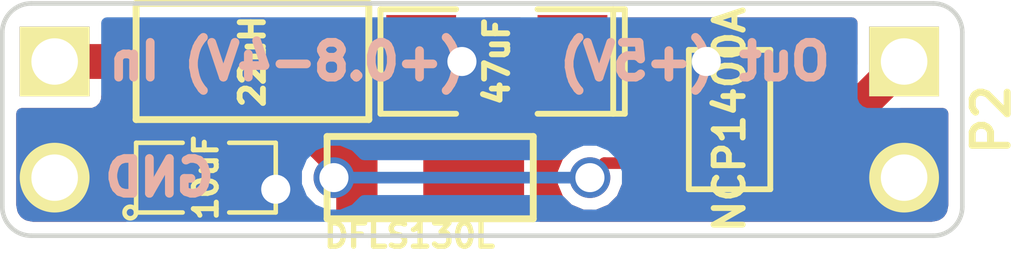
<source format=kicad_pcb>
(kicad_pcb (version 3) (host pcbnew "(2014-01-10 BZR 4027)-stable")

  (general
    (links 12)
    (no_connects 0)
    (area 34.736369 31.150278 57.2262 37.429722)
    (thickness 1.6)
    (drawings 11)
    (tracks 27)
    (zones 0)
    (modules 7)
    (nets 5)
  )

  (page User 152.4 101.6)
  (title_block 
    (title "Boost Regulator")
    (rev 1)
    (company "Digital Cave")
  )

  (layers
    (15 F.Cu signal)
    (0 B.Cu signal)
    (16 B.Adhes user)
    (17 F.Adhes user)
    (18 B.Paste user)
    (19 F.Paste user)
    (20 B.SilkS user)
    (21 F.SilkS user)
    (22 B.Mask user)
    (23 F.Mask user)
    (24 Dwgs.User user)
    (25 Cmts.User user)
    (26 Eco1.User user)
    (27 Eco2.User user)
    (28 Edge.Cuts user)
  )

  (setup
    (last_trace_width 0.254)
    (user_trace_width 0.508)
    (user_trace_width 0.762)
    (trace_clearance 0.254)
    (zone_clearance 0.254)
    (zone_45_only no)
    (trace_min 0.254)
    (segment_width 0.2)
    (edge_width 0.1)
    (via_size 0.889)
    (via_drill 0.635)
    (via_min_size 0.889)
    (via_min_drill 0.508)
    (uvia_size 0.508)
    (uvia_drill 0.127)
    (uvias_allowed no)
    (uvia_min_size 0.508)
    (uvia_min_drill 0.127)
    (pcb_text_width 0.3)
    (pcb_text_size 1.5 1.5)
    (mod_edge_width 0.15)
    (mod_text_size 1 1)
    (mod_text_width 0.15)
    (pad_size 1.524 1.524)
    (pad_drill 1.016)
    (pad_to_mask_clearance 0)
    (aux_axis_origin 0 0)
    (visible_elements FFFFFFBF)
    (pcbplotparams
      (layerselection 3178497)
      (usegerberextensions true)
      (excludeedgelayer true)
      (linewidth 0.150000)
      (plotframeref false)
      (viasonmask false)
      (mode 1)
      (useauxorigin false)
      (hpglpennumber 1)
      (hpglpenspeed 20)
      (hpglpendiameter 15)
      (hpglpenoverlay 2)
      (psnegative false)
      (psa4output false)
      (plotreference true)
      (plotvalue true)
      (plotothertext true)
      (plotinvisibletext false)
      (padsonsilk false)
      (subtractmaskfromsilk false)
      (outputformat 1)
      (mirror false)
      (drillshape 1)
      (scaleselection 1)
      (outputdirectory ""))
  )

  (net 0 "")
  (net 1 GND)
  (net 2 N-000005)
  (net 3 N-000006)
  (net 4 N-000007)

  (net_class Default "This is the default net class."
    (clearance 0.254)
    (trace_width 0.254)
    (via_dia 0.889)
    (via_drill 0.635)
    (uvia_dia 0.508)
    (uvia_drill 0.127)
    (add_net "")
    (add_net GND)
    (add_net N-000005)
    (add_net N-000006)
    (add_net N-000007)
  )

  (module PIN_ARRAY_2X1 (layer F.Cu) (tedit 54663897) (tstamp 546634E1)
    (at 54.61 34.29 270)
    (descr "Connecteurs 2 pins")
    (tags "CONN DEV")
    (path /546631A1)
    (fp_text reference P2 (at 0 -1.905 270) (layer F.SilkS)
      (effects (font (size 0.762 0.762) (thickness 0.1524)))
    )
    (fp_text value CONN_2 (at 0 -1.905 270) (layer F.SilkS) hide
      (effects (font (size 0.762 0.762) (thickness 0.1524)))
    )
    (pad 1 thru_hole rect (at -1.27 0 270) (size 1.524 1.524) (drill 1.016)
      (layers *.Cu *.Mask F.SilkS)
      (net 3 N-000006)
    )
    (pad 2 thru_hole circle (at 1.27 0 270) (size 1.524 1.524) (drill 1.016)
      (layers *.Cu *.Mask F.SilkS)
      (net 1 GND)
      (zone_connect 2)
    )
    (model pin_array/pins_array_2x1.wrl
      (at (xyz 0 0 0))
      (scale (xyz 1 1 1))
      (rotate (xyz 0 0 0))
    )
  )

  (module PIN_ARRAY_2X1 (layer F.Cu) (tedit 5466389E) (tstamp 546634EB)
    (at 36.068 34.29 270)
    (descr "Connecteurs 2 pins")
    (tags "CONN DEV")
    (path /546631AE)
    (fp_text reference P1 (at 0 -1.905 360) (layer F.SilkS) hide
      (effects (font (size 0.762 0.762) (thickness 0.1524)))
    )
    (fp_text value CONN_2 (at 0 -1.905 270) (layer F.SilkS) hide
      (effects (font (size 0.762 0.762) (thickness 0.1524)))
    )
    (pad 1 thru_hole rect (at -1.27 0 270) (size 1.524 1.524) (drill 1.016)
      (layers *.Cu *.Mask F.SilkS)
      (net 4 N-000007)
    )
    (pad 2 thru_hole circle (at 1.27 0 270) (size 1.524 1.524) (drill 1.016)
      (layers *.Cu *.Mask F.SilkS)
      (net 1 GND)
      (zone_connect 2)
    )
    (model pin_array/pins_array_2x1.wrl
      (at (xyz 0 0 0))
      (scale (xyz 1 1 1))
      (rotate (xyz 0 0 0))
    )
  )

  (module SOT23-5 (layer F.Cu) (tedit 5466357D) (tstamp 546634A7)
    (at 50.8 34.29 90)
    (path /54663040)
    (attr smd)
    (fp_text reference VR1 (at 2.19964 -0.29972 180) (layer F.SilkS) hide
      (effects (font (size 0.635 0.635) (thickness 0.127)))
    )
    (fp_text value NCP1400A (at 0 0 90) (layer F.SilkS)
      (effects (font (size 0.635 0.635) (thickness 0.127)))
    )
    (fp_line (start 1.524 -0.889) (end 1.524 0.889) (layer F.SilkS) (width 0.127))
    (fp_line (start 1.524 0.889) (end -1.524 0.889) (layer F.SilkS) (width 0.127))
    (fp_line (start -1.524 0.889) (end -1.524 -0.889) (layer F.SilkS) (width 0.127))
    (fp_line (start -1.524 -0.889) (end 1.524 -0.889) (layer F.SilkS) (width 0.127))
    (pad 1 smd rect (at -0.9525 1.27 90) (size 0.508 0.762)
      (layers F.Cu F.Paste F.Mask)
      (net 3 N-000006)
    )
    (pad 3 smd rect (at 0.9525 1.27 90) (size 0.508 0.762)
      (layers F.Cu F.Paste F.Mask)
    )
    (pad 5 smd rect (at -0.9525 -1.27 90) (size 0.508 0.762)
      (layers F.Cu F.Paste F.Mask)
      (net 2 N-000005)
    )
    (pad 2 smd rect (at 0 1.27 90) (size 0.508 0.762)
      (layers F.Cu F.Paste F.Mask)
      (net 3 N-000006)
    )
    (pad 4 smd rect (at 0.9525 -1.27 90) (size 0.508 0.762)
      (layers F.Cu F.Paste F.Mask)
      (net 1 GND)
    )
    (model smd/SOT23_5.wrl
      (at (xyz 0 0 0))
      (scale (xyz 0.1 0.1 0.1))
      (rotate (xyz 0 0 0))
    )
  )

  (module SM1206POL (layer F.Cu) (tedit 5466359D) (tstamp 546634B6)
    (at 45.72 33.02 180)
    (path /546630D3)
    (attr smd)
    (fp_text reference C2 (at 0 0 180) (layer F.SilkS) hide
      (effects (font (size 0.762 0.762) (thickness 0.127)))
    )
    (fp_text value 47uF (at 0 0 270) (layer F.SilkS)
      (effects (font (size 0.508 0.508) (thickness 0.127)))
    )
    (fp_line (start -2.54 -1.143) (end -2.794 -1.143) (layer F.SilkS) (width 0.127))
    (fp_line (start -2.794 -1.143) (end -2.794 1.143) (layer F.SilkS) (width 0.127))
    (fp_line (start -2.794 1.143) (end -2.54 1.143) (layer F.SilkS) (width 0.127))
    (fp_line (start -2.54 -1.143) (end -2.54 1.143) (layer F.SilkS) (width 0.127))
    (fp_line (start -2.54 1.143) (end -0.889 1.143) (layer F.SilkS) (width 0.127))
    (fp_line (start 0.889 -1.143) (end 2.54 -1.143) (layer F.SilkS) (width 0.127))
    (fp_line (start 2.54 -1.143) (end 2.54 1.143) (layer F.SilkS) (width 0.127))
    (fp_line (start 2.54 1.143) (end 0.889 1.143) (layer F.SilkS) (width 0.127))
    (fp_line (start -0.889 -1.143) (end -2.54 -1.143) (layer F.SilkS) (width 0.127))
    (pad 1 smd rect (at -1.651 0 180) (size 1.524 2.032)
      (layers F.Cu F.Paste F.Mask)
      (net 3 N-000006)
    )
    (pad 2 smd rect (at 1.651 0 180) (size 1.524 2.032)
      (layers F.Cu F.Paste F.Mask)
      (net 1 GND)
    )
    (model smd/chip_cms_pol.wrl
      (at (xyz 0 0 0))
      (scale (xyz 0.17 0.16 0.16))
      (rotate (xyz 0 0 0))
    )
  )

  (module SM1007 (layer F.Cu) (tedit 53D15D48) (tstamp 546634C0)
    (at 40.386 33.02)
    (tags "CMS SM")
    (path /54663094)
    (attr smd)
    (fp_text reference L1 (at 0 -0.508) (layer F.SilkS) hide
      (effects (font (size 0.762 0.762) (thickness 0.127)))
    )
    (fp_text value 22uH (at 0 0 90) (layer F.SilkS)
      (effects (font (size 0.508 0.508) (thickness 0.127)))
    )
    (fp_line (start -2.54 -1.27) (end 2.54 -1.27) (layer F.SilkS) (width 0.15))
    (fp_line (start 2.54 -1.27) (end 2.54 1.27) (layer F.SilkS) (width 0.15))
    (fp_line (start 2.54 1.27) (end -2.54 1.27) (layer F.SilkS) (width 0.15))
    (fp_line (start -2.54 1.27) (end -2.54 -1.27) (layer F.SilkS) (width 0.15))
    (pad 1 smd rect (at -1.524 0) (size 1.778 1.778)
      (layers F.Cu F.Paste F.Mask)
      (net 4 N-000007)
    )
    (pad 2 smd rect (at 1.524 0) (size 1.778 1.778)
      (layers F.Cu F.Paste F.Mask)
      (net 2 N-000005)
    )
  )

  (module SM0805 (layer F.Cu) (tedit 54663554) (tstamp 546634CD)
    (at 39.37 35.56)
    (path /546630E2)
    (attr smd)
    (fp_text reference C1 (at 0 -0.3175) (layer F.SilkS) hide
      (effects (font (size 0.50038 0.50038) (thickness 0.10922)))
    )
    (fp_text value 10uF (at 0 0 90) (layer F.SilkS)
      (effects (font (size 0.50038 0.50038) (thickness 0.10922)))
    )
    (fp_circle (center -1.651 0.762) (end -1.651 0.635) (layer F.SilkS) (width 0.09906))
    (fp_line (start -0.508 0.762) (end -1.524 0.762) (layer F.SilkS) (width 0.09906))
    (fp_line (start -1.524 0.762) (end -1.524 -0.762) (layer F.SilkS) (width 0.09906))
    (fp_line (start -1.524 -0.762) (end -0.508 -0.762) (layer F.SilkS) (width 0.09906))
    (fp_line (start 0.508 -0.762) (end 1.524 -0.762) (layer F.SilkS) (width 0.09906))
    (fp_line (start 1.524 -0.762) (end 1.524 0.762) (layer F.SilkS) (width 0.09906))
    (fp_line (start 1.524 0.762) (end 0.508 0.762) (layer F.SilkS) (width 0.09906))
    (pad 1 smd rect (at -0.9525 0) (size 0.889 1.397)
      (layers F.Cu F.Paste F.Mask)
      (net 4 N-000007)
    )
    (pad 2 smd rect (at 0.9525 0) (size 0.889 1.397)
      (layers F.Cu F.Paste F.Mask)
      (net 1 GND)
    )
    (model smd/chip_cms.wrl
      (at (xyz 0 0 0))
      (scale (xyz 0.1 0.1 0.1))
      (rotate (xyz 0 0 0))
    )
  )

  (module POWERDI_123 (layer F.Cu) (tedit 546635BE) (tstamp 546634D7)
    (at 43.815 35.56)
    (path /54663081)
    (attr smd)
    (fp_text reference D1 (at 0 0) (layer F.SilkS) hide
      (effects (font (size 0.508 0.4572) (thickness 0.1143)))
    )
    (fp_text value DFLS130L (at 0 1.27) (layer F.SilkS)
      (effects (font (size 0.508 0.508) (thickness 0.1143)))
    )
    (fp_line (start -1.8 -0.9) (end 2.7 -0.9) (layer F.SilkS) (width 0.15))
    (fp_line (start 2.7 -0.9) (end 2.7 0.9) (layer F.SilkS) (width 0.15))
    (fp_line (start 2.7 0.9) (end -1.8 0.9) (layer F.SilkS) (width 0.15))
    (fp_line (start -1.8 0.9) (end -1.8 -0.9) (layer F.SilkS) (width 0.15))
    (pad 1 smd rect (at -1.15 0) (size 0.9 1.4)
      (layers F.Cu F.Paste F.Mask)
      (net 2 N-000005)
    )
    (pad 2 smd rect (at 1.4 0) (size 2.2 1.4)
      (layers F.Cu F.Paste F.Mask)
      (net 3 N-000006)
    )
  )

  (gr_text "(+0.8-4V) In" (at 41.148 33.02) (layer B.SilkS)
    (effects (font (size 0.762 0.762) (thickness 0.1905)) (justify mirror))
  )
  (gr_text GND (at 38.354 35.56) (layer B.SilkS)
    (effects (font (size 0.762 0.762) (thickness 0.1905)) (justify mirror))
  )
  (gr_text "Out (+5V)" (at 50.038 33.02) (layer B.SilkS)
    (effects (font (size 0.762 0.762) (thickness 0.1905)) (justify mirror))
  )
  (gr_arc (start 35.56 32.385) (end 34.925 32.385) (angle 90) (layer Edge.Cuts) (width 0.1))
  (gr_arc (start 35.56 36.195) (end 35.56 36.83) (angle 90) (layer Edge.Cuts) (width 0.1))
  (gr_arc (start 55.245 36.195) (end 55.88 36.195) (angle 90) (layer Edge.Cuts) (width 0.1))
  (gr_arc (start 55.245 32.385) (end 55.245 31.75) (angle 90) (layer Edge.Cuts) (width 0.1))
  (gr_line (start 55.88 36.195) (end 55.88 32.385) (angle 90) (layer Edge.Cuts) (width 0.1))
  (gr_line (start 35.56 36.83) (end 55.245 36.83) (angle 90) (layer Edge.Cuts) (width 0.1))
  (gr_line (start 34.925 32.385) (end 34.925 36.195) (angle 90) (layer Edge.Cuts) (width 0.1))
  (gr_line (start 55.245 31.75) (end 35.56 31.75) (angle 90) (layer Edge.Cuts) (width 0.1))

  (segment (start 40.3225 35.56) (end 40.64 35.56) (width 0.254) (layer F.Cu) (net 1))
  (via (at 40.894 35.814) (size 0.889) (layers F.Cu B.Cu) (net 1))
  (segment (start 40.64 35.56) (end 40.894 35.814) (width 0.254) (layer F.Cu) (net 1) (tstamp 5466376B))
  (segment (start 44.069 33.02) (end 44.958 33.02) (width 0.254) (layer F.Cu) (net 1))
  (via (at 44.958 33.02) (size 0.889) (layers F.Cu B.Cu) (net 1))
  (segment (start 49.53 33.3375) (end 49.9745 33.3375) (width 0.254) (layer F.Cu) (net 1))
  (via (at 50.292 33.02) (size 0.889) (layers F.Cu B.Cu) (net 1))
  (segment (start 49.9745 33.3375) (end 50.292 33.02) (width 0.254) (layer F.Cu) (net 1) (tstamp 54663762))
  (segment (start 49.53 35.2425) (end 48.0695 35.2425) (width 0.254) (layer F.Cu) (net 2))
  (segment (start 42.164 35.56) (end 42.665 35.56) (width 0.254) (layer F.Cu) (net 2) (tstamp 5466377E))
  (via (at 42.164 35.56) (size 0.889) (layers F.Cu B.Cu) (net 2))
  (segment (start 47.752 35.56) (end 42.164 35.56) (width 0.254) (layer B.Cu) (net 2) (tstamp 54663776))
  (via (at 47.752 35.56) (size 0.889) (layers F.Cu B.Cu) (net 2))
  (segment (start 48.0695 35.2425) (end 47.752 35.56) (width 0.254) (layer F.Cu) (net 2) (tstamp 5466376F))
  (segment (start 41.91 33.02) (end 41.91 34.805) (width 0.762) (layer F.Cu) (net 2))
  (segment (start 41.91 34.805) (end 42.665 35.56) (width 0.762) (layer F.Cu) (net 2) (tstamp 546636CB))
  (segment (start 52.07 34.29) (end 47.625 34.29) (width 0.762) (layer F.Cu) (net 3))
  (segment (start 47.371 34.036) (end 47.371 33.02) (width 0.762) (layer F.Cu) (net 3) (tstamp 546636FA))
  (segment (start 47.625 34.29) (end 47.371 34.036) (width 0.762) (layer F.Cu) (net 3) (tstamp 546636F9))
  (segment (start 54.61 33.02) (end 53.34 34.29) (width 0.762) (layer F.Cu) (net 3))
  (segment (start 53.34 34.29) (end 52.07 34.29) (width 0.762) (layer F.Cu) (net 3) (tstamp 546636F5))
  (segment (start 52.07 35.2425) (end 52.07 34.29) (width 0.762) (layer F.Cu) (net 3))
  (segment (start 47.371 33.02) (end 47.371 33.404) (width 0.762) (layer F.Cu) (net 3))
  (segment (start 47.371 33.404) (end 45.215 35.56) (width 0.762) (layer F.Cu) (net 3) (tstamp 546636CE))
  (segment (start 38.4175 35.56) (end 38.4175 33.4645) (width 0.762) (layer F.Cu) (net 4))
  (segment (start 38.4175 33.4645) (end 38.862 33.02) (width 0.762) (layer F.Cu) (net 4) (tstamp 5466368A))
  (segment (start 36.068 33.02) (end 38.862 33.02) (width 0.762) (layer F.Cu) (net 4))

  (zone (net 1) (net_name GND) (layer F.Cu) (tstamp 5466375F) (hatch edge 0.508)
    (connect_pads (clearance 0.254))
    (min_thickness 0.254)
    (fill (arc_segments 16) (thermal_gap 0.508) (thermal_bridge_width 0.508))
    (polygon
      (pts
        (xy 55.88 31.75) (xy 55.88 36.83) (xy 34.925 36.83) (xy 34.925 31.75)
      )
    )
    (filled_polygon
      (pts
        (xy 37.6555 34.6401) (xy 37.650192 34.645399) (xy 37.592066 34.785382) (xy 37.591934 34.936953) (xy 37.591934 36.333953)
        (xy 37.618811 36.399) (xy 35.603368 36.399) (xy 35.484641 36.37549) (xy 35.422138 36.333649) (xy 35.379087 36.269341)
        (xy 35.356 36.152738) (xy 35.356 34.163043) (xy 35.381453 34.163066) (xy 36.905453 34.163066) (xy 37.045537 34.105184)
        (xy 37.152808 33.998101) (xy 37.210934 33.858118) (xy 37.211 33.782) (xy 37.591934 33.782) (xy 37.591934 33.984453)
        (xy 37.649816 34.124537) (xy 37.6555 34.13023) (xy 37.6555 34.6401)
      )
    )
    (filled_polygon
      (pts
        (xy 40.799526 34.226426) (xy 40.60825 34.2265) (xy 40.4495 34.38525) (xy 40.4495 35.433) (xy 40.4695 35.433)
        (xy 40.4695 35.687) (xy 40.4495 35.687) (xy 40.4495 35.707) (xy 40.1955 35.707) (xy 40.1955 35.687)
        (xy 40.1755 35.687) (xy 40.1755 35.433) (xy 40.1955 35.433) (xy 40.1955 34.38525) (xy 40.03675 34.2265)
        (xy 39.972255 34.226475) (xy 40.073808 34.125101) (xy 40.131934 33.985118) (xy 40.132066 33.833547) (xy 40.132066 32.181)
        (xy 40.639956 32.181) (xy 40.639934 32.206453) (xy 40.639934 33.984453) (xy 40.697816 34.124537) (xy 40.799526 34.226426)
      )
    )
    (filled_polygon
      (pts
        (xy 46.227934 33.469435) (xy 45.417165 34.280204) (xy 45.465889 34.162864) (xy 45.46611 33.910245) (xy 45.466 33.30575)
        (xy 45.30725 33.147) (xy 44.196 33.147) (xy 44.196 33.167) (xy 43.942 33.167) (xy 43.942 33.147)
        (xy 43.922 33.147) (xy 43.922 32.893) (xy 43.942 32.893) (xy 43.942 32.873) (xy 44.196 32.873)
        (xy 44.196 32.893) (xy 45.30725 32.893) (xy 45.466 32.73425) (xy 45.4661 32.181) (xy 46.227934 32.181)
        (xy 46.227934 33.469435)
      )
    )
    (filled_polygon
      (pts
        (xy 53.467432 32.181) (xy 53.467066 32.181882) (xy 53.466934 32.333453) (xy 53.466934 33.085435) (xy 53.024369 33.528)
        (xy 52.832055 33.528) (xy 52.832066 33.516047) (xy 52.832066 33.008047) (xy 52.774184 32.867963) (xy 52.667101 32.760692)
        (xy 52.527118 32.702566) (xy 52.375547 32.702434) (xy 51.613547 32.702434) (xy 51.473463 32.760316) (xy 51.366192 32.867399)
        (xy 51.308066 33.007382) (xy 51.307934 33.158953) (xy 51.307934 33.528) (xy 50.54611 33.528) (xy 50.54611 32.957745)
        (xy 50.449641 32.724271) (xy 50.271168 32.545487) (xy 50.037864 32.448611) (xy 49.785245 32.44839) (xy 49.81575 32.4485)
        (xy 49.657 32.60725) (xy 49.657 33.2105) (xy 50.38725 33.2105) (xy 50.546 33.05175) (xy 50.54611 32.957745)
        (xy 50.54611 33.528) (xy 50.45075 33.528) (xy 50.38725 33.4645) (xy 49.657 33.4645) (xy 49.657 33.4845)
        (xy 49.403 33.4845) (xy 49.403 33.4645) (xy 49.383 33.4645) (xy 49.383 33.2105) (xy 49.403 33.2105)
        (xy 49.403 32.60725) (xy 49.24425 32.4485) (xy 49.274755 32.44839) (xy 49.022136 32.448611) (xy 48.788832 32.545487)
        (xy 48.610359 32.724271) (xy 48.514066 32.957319) (xy 48.514066 32.181) (xy 53.467432 32.181)
      )
    )
    (filled_polygon
      (pts
        (xy 55.449 36.151631) (xy 55.42549 36.270358) (xy 55.383649 36.332861) (xy 55.319341 36.375912) (xy 55.202738 36.399)
        (xy 46.669823 36.399) (xy 46.695934 36.336118) (xy 46.696066 36.184547) (xy 46.696066 35.156564) (xy 47.054999 34.79763)
        (xy 47.086184 34.828815) (xy 47.086185 34.828815) (xy 47.223857 34.920805) (xy 47.052583 35.091781) (xy 46.926643 35.395077)
        (xy 46.926357 35.723482) (xy 47.051767 36.026998) (xy 47.283781 36.259417) (xy 47.587077 36.385357) (xy 47.915482 36.385643)
        (xy 48.218998 36.260233) (xy 48.451417 36.028219) (xy 48.566736 35.7505) (xy 48.864211 35.7505) (xy 48.932899 35.819308)
        (xy 49.072882 35.877434) (xy 49.224453 35.877566) (xy 49.986453 35.877566) (xy 50.126537 35.819684) (xy 50.233808 35.712601)
        (xy 50.291934 35.572618) (xy 50.292066 35.421047) (xy 50.292066 35.052) (xy 51.307944 35.052) (xy 51.307934 35.063953)
        (xy 51.307934 35.571953) (xy 51.365816 35.712037) (xy 51.472899 35.819308) (xy 51.612882 35.877434) (xy 51.675117 35.877488)
        (xy 51.778395 35.946496) (xy 52.07 36.0045) (xy 52.361605 35.946496) (xy 52.464765 35.877566) (xy 52.526453 35.877566)
        (xy 52.666537 35.819684) (xy 52.773808 35.712601) (xy 52.831934 35.572618) (xy 52.832066 35.421047) (xy 52.832066 35.052)
        (xy 53.34 35.052) (xy 53.34 35.051999) (xy 53.631604 34.993996) (xy 53.631605 34.993996) (xy 53.878815 34.828815)
        (xy 54.544564 34.163066) (xy 55.447453 34.163066) (xy 55.449 34.162426) (xy 55.449 36.151631)
      )
    )
  )
  (zone (net 1) (net_name GND) (layer B.Cu) (tstamp 5466375F) (hatch edge 0.508)
    (connect_pads (clearance 0.254))
    (min_thickness 0.254)
    (fill (arc_segments 16) (thermal_gap 0.508) (thermal_bridge_width 0.508))
    (polygon
      (pts
        (xy 55.88 31.75) (xy 55.88 36.83) (xy 34.925 36.83) (xy 34.925 31.75)
      )
    )
    (filled_polygon
      (pts
        (xy 55.449 36.151631) (xy 55.42549 36.270358) (xy 55.383649 36.332861) (xy 55.319341 36.375912) (xy 55.202738 36.399)
        (xy 48.577643 36.399) (xy 48.577643 35.396518) (xy 48.452233 35.093002) (xy 48.220219 34.860583) (xy 47.916923 34.734643)
        (xy 47.588518 34.734357) (xy 47.285002 34.859767) (xy 47.092433 35.052) (xy 42.823302 35.052) (xy 42.632219 34.860583)
        (xy 42.328923 34.734643) (xy 42.000518 34.734357) (xy 41.697002 34.859767) (xy 41.464583 35.091781) (xy 41.338643 35.395077)
        (xy 41.338357 35.723482) (xy 41.463767 36.026998) (xy 41.695781 36.259417) (xy 41.999077 36.385357) (xy 42.327482 36.385643)
        (xy 42.630998 36.260233) (xy 42.823566 36.068) (xy 47.092697 36.068) (xy 47.283781 36.259417) (xy 47.587077 36.385357)
        (xy 47.915482 36.385643) (xy 48.218998 36.260233) (xy 48.451417 36.028219) (xy 48.577357 35.724923) (xy 48.577643 35.396518)
        (xy 48.577643 36.399) (xy 35.603368 36.399) (xy 35.484641 36.37549) (xy 35.422138 36.333649) (xy 35.379087 36.269341)
        (xy 35.356 36.152738) (xy 35.356 34.163043) (xy 35.381453 34.163066) (xy 36.905453 34.163066) (xy 37.045537 34.105184)
        (xy 37.152808 33.998101) (xy 37.210934 33.858118) (xy 37.211066 33.706547) (xy 37.211066 32.182547) (xy 37.210426 32.181)
        (xy 53.467432 32.181) (xy 53.467066 32.181882) (xy 53.466934 32.333453) (xy 53.466934 33.857453) (xy 53.524816 33.997537)
        (xy 53.631899 34.104808) (xy 53.771882 34.162934) (xy 53.923453 34.163066) (xy 55.447453 34.163066) (xy 55.449 34.162426)
        (xy 55.449 36.151631)
      )
    )
  )
)

</source>
